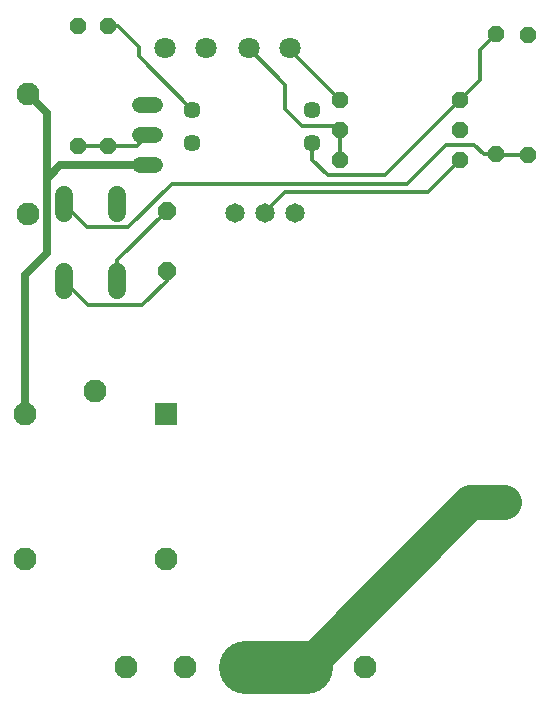
<source format=gtl>
G04 EAGLE Gerber RS-274X export*
G75*
%MOMM*%
%FSLAX34Y34*%
%LPD*%
%INTop Copper*%
%IPPOS*%
%AMOC8*
5,1,8,0,0,1.08239X$1,22.5*%
G01*
G04 Define Apertures*
%ADD10P,1.62358X8X112.5*%
%ADD11C,1.930400*%
%ADD12C,1.453900*%
%ADD13R,1.950000X1.950000*%
%ADD14C,1.950000*%
%ADD15P,1.54782X8X22.5*%
%ADD16P,1.54782X8X292.5*%
%ADD17P,1.54782X8X112.5*%
%ADD18C,1.524000*%
%ADD19C,1.320800*%
%ADD20C,1.800000*%
%ADD21C,1.650000*%
%ADD22P,1.54782X8X202.5*%
%ADD23C,0.304800*%
%ADD24C,0.635000*%
%ADD25C,4.500000*%
%ADD26C,3.000000*%
%ADD27C,0.756400*%
D10*
X149510Y373250D03*
X149510Y424050D03*
D11*
X32188Y522412D03*
X32188Y420812D03*
D12*
X272937Y481413D03*
X272937Y509313D03*
X171337Y509313D03*
X171337Y481413D03*
D13*
X149300Y251500D03*
D14*
X89300Y271500D03*
X29300Y251500D03*
X29300Y129500D03*
X149300Y129500D03*
D15*
X296400Y517660D03*
X398000Y517660D03*
D16*
X100020Y580300D03*
X100020Y478700D03*
X74514Y580131D03*
X74514Y478531D03*
D17*
X455330Y471000D03*
X455330Y572600D03*
D16*
X428000Y573330D03*
X428000Y471730D03*
D18*
X107660Y437044D02*
X107660Y421804D01*
X62448Y421804D02*
X62448Y437044D01*
X107660Y372020D02*
X107660Y356780D01*
X62448Y356780D02*
X62448Y372020D01*
D19*
X126605Y513100D02*
X139813Y513100D01*
X139813Y462300D02*
X126605Y462300D01*
X126605Y487700D02*
X139813Y487700D01*
D20*
X183000Y561510D03*
X148000Y561510D03*
X254120Y561510D03*
X219120Y561510D03*
D21*
X207500Y421900D03*
X232900Y421900D03*
X258300Y421900D03*
D14*
X165500Y38100D03*
X115500Y38100D03*
X215500Y38100D03*
X317500Y38100D03*
X267500Y38100D03*
D22*
X397800Y467000D03*
X296200Y467000D03*
D15*
X296200Y492000D03*
X397800Y492000D03*
D23*
X296400Y517660D02*
X254120Y559940D01*
X254120Y561510D01*
X415000Y560330D02*
X428000Y573330D01*
X415000Y560330D02*
X415000Y534660D01*
X398000Y517660D01*
X334340Y454000D01*
X286000Y454000D01*
X272937Y467063D01*
X272937Y481413D01*
X171337Y509313D02*
X126000Y554650D01*
X126000Y563000D01*
X108700Y580300D01*
X100020Y580300D01*
X133209Y487700D02*
X124209Y478700D01*
X100020Y478700D01*
X74683Y478700D01*
X74514Y478531D01*
D24*
X48000Y506600D02*
X32188Y522412D01*
X48000Y506600D02*
X48000Y451000D01*
X48000Y388000D01*
X29300Y369300D01*
X29300Y251500D01*
X59300Y462300D02*
X133209Y462300D01*
X59300Y462300D02*
X48000Y451000D01*
D23*
X428730Y471000D02*
X455330Y471000D01*
X428730Y471000D02*
X428000Y471730D01*
X418270Y471730D01*
X410000Y480000D01*
X386000Y480000D01*
X353000Y447000D01*
X154000Y447000D01*
X81872Y410000D02*
X62448Y429424D01*
X81872Y410000D02*
X117000Y410000D01*
X154000Y447000D01*
X107660Y382200D02*
X107660Y364400D01*
X107660Y382200D02*
X149510Y424050D01*
X82848Y344000D02*
X62448Y364400D01*
X82848Y344000D02*
X129000Y344000D01*
X149510Y364510D01*
X149510Y373250D01*
X370800Y440000D02*
X397800Y467000D01*
X370800Y440000D02*
X250000Y440000D01*
X232900Y422900D01*
X232900Y421900D01*
D25*
X215500Y38100D02*
X267500Y38100D01*
D26*
X406400Y177000D01*
X435000Y177000D01*
D27*
X433000Y188000D03*
X433000Y168000D03*
X433000Y178000D03*
X423000Y188000D03*
X423000Y178000D03*
X423000Y168000D03*
X413000Y178000D03*
X442000Y178000D03*
D23*
X296200Y467000D02*
X296200Y492000D01*
X250000Y530630D02*
X219120Y561510D01*
X250000Y530630D02*
X250000Y510000D01*
X264000Y496000D01*
X292200Y496000D01*
X296200Y492000D01*
M02*

</source>
